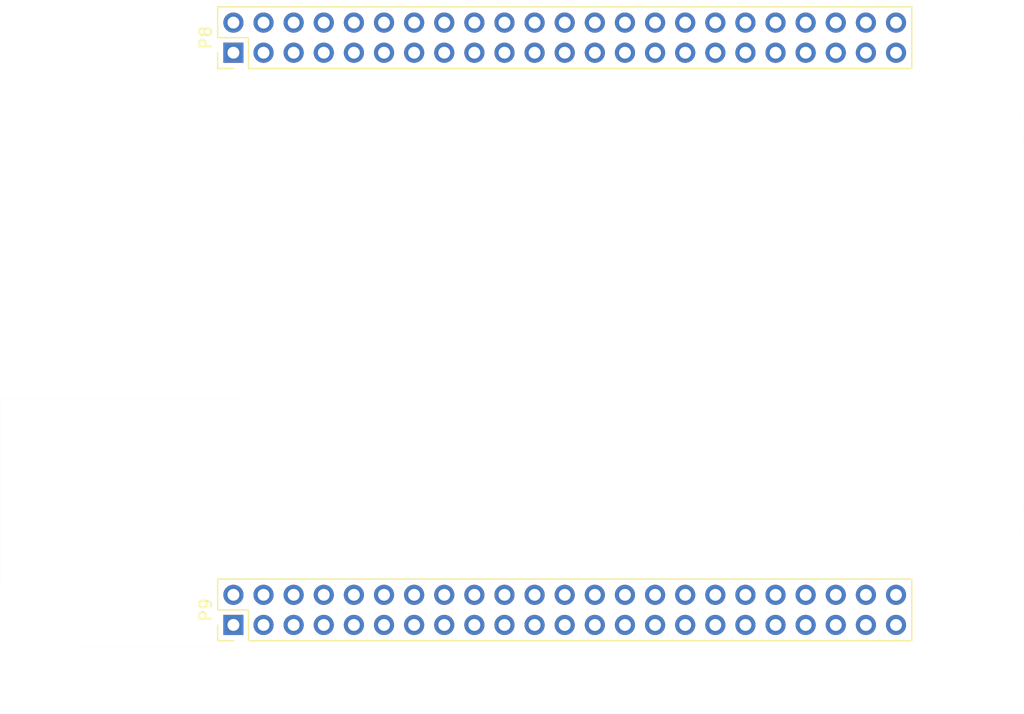
<source format=kicad_pcb>
(kicad_pcb (version 20211014) (generator pcbnew)
  (layers (0 "F.Cu" signal) (31 "B.Cu" signal) (34 "B.Paste" user) (35 "F.Paste" user) (36 "B.SilkS" user "B.Silkscreen") (37 "F.SilkS" user "F.Silkscreen") (38 "B.Mask" user) (39 "F.Mask" user) (44 "Edge.Cuts" user))
  (net 0 "")
  (net 1 "/SPI1.D0")
  (net 2 "/LCD.DATA[1]")
  (net 3 "/LCD.DATA[3]")
  (net 4 "/LCD.DATA[0]")
  (net 5 "/LCD.DATA[5]")
  (net 6 "/LCD.DATA[2]")
  (net 7 "/LCD.DATA[7]")
  (net 8 "/LCD.DATA[4]")
  (net 9 "/LCD.DATA[9]")
  (net 10 "/LCD.DATA[6]")
  (net 11 "/LCD.DATA[10]")
  (net 12 "/LCD.DATA[8]")
  (net 13 "/LCD.DATA[11]")
  (net 14 "/LCD.DATA[13]")
  (net 15 "/LCD.DATA[15]")
  (net 16 "/LCD.DATA[14]")
  (net 17 "/LCD.AC_BIAS_E")
  (net 18 "/LCD.HSYNC")
  (net 19 "/GPIO[61]")
  (net 20 "/LCD.VSYNC")
  (net 21 "/LCD.PCLK")
  (net 22 "/MMC1.DAT[0]")
  (net 23 "/MMC1.DAT[1]")
  (net 24 "/MMC1.DAT[4]")
  (net 25 "/MMC1.DAT[5]")
  (net 26 "/MMC1.CLK")
  (net 27 "/MMC1.CMD")
  (net 28 "/GPIO[22]")
  (net 29 "/GPIO[65]")
  (net 30 "/GPIO[27]")
  (net 31 "/GPIO[46]")
  (net 32 "/GPIO[47]")
  (net 33 "/GPIO[26]")
  (net 34 "/GPIO[23]")
  (net 35 "/GPIO[44]")
  (net 36 "/GPIO[45]")
  (net 37 "/GPIO[68]")
  (net 38 "/GPIO[69]")
  (net 39 "/GPIO[67]")
  (net 40 "/GPIO[66]")
  (net 41 "/MMC1.DAT[3]")
  (net 42 "/MMC1.DAT[2]")
  (net 43 "/MMC1.DAT[7]")
  (net 44 "/MMC1.DAT[6]")
  (net 45 "/GPIO[14]")
  (net 46 "/GPIO[15]")
  (net 47 "/GPIO[2]")
  (net 48 "/I2C2.SDA")
  (net 49 "/I2C2.SCL")
  (net 50 "GNDD")
  (net 51 "+3V3")
  (net 52 "+5V")
  (net 53 "/GPIO[7]")
  (net 54 "/GPIO[20]")
  (net 55 "/AIN1")
  (net 56 "/AIN0")
  (net 57 "/AIN3")
  (net 58 "/AIN2")
  (net 59 "/AIN5")
  (net 60 "/AIN6")
  (net 61 "GNDA")
  (net 62 "/AIN4")
  (net 63 "+1V8")
  (net 64 "/GPIO[122]")
  (net 65 "/GPIO[125]")
  (net 66 "/GPIO[117]")
  (net 67 "/GPIO[49]")
  (net 68 "/GPIO[3]")
  (net 69 "/GPIO[5]")
  (net 70 "/GPIO[4]")
  (net 71 "/GPIO[51]")
  (net 72 "/GPIO[48]")
  (net 73 "/GPIO[40]")
  (net 74 "/GPIO[31]")
  (net 75 "/GPIO[60]")
  (net 76 "/GPIO[30]")
  (net 77 "/~{SYS_RESET}")
  (net 78 "/PWR_BUT")
  (net 79 "VBUS")
  (net 80 "/SPI1.SCLK")
  (net 81 "/SPI1.CS0")
  (footprint "Connector_PinHeader_2.54mm:PinHeader_2x23_P2.54mm_Vertical" (layer "F.Cu") (at 119.685 49.835 90)
    (fp_text reference "P8" (at 1.27 -2.33 270) (layer "F.SilkS"))
    (fp_text value "BeagleBone_Black_Header" hide)
    (fp_line (start 1.27 -1.33) (end 3.87 -1.33) (layer "F.SilkS") (width 0.12))
    (fp_line (start 3.87 -1.33) (end 3.87 57.21) (layer "F.SilkS") (width 0.12))
    (fp_line (start -1.33 1.27) (end -1.33 57.21) (layer "F.SilkS") (width 0.12))
    (fp_line (start -1.33 57.21) (end 3.87 57.21) (layer "F.SilkS") (width 0.12))
    (fp_line (start -1.33 -1.33) (end 0 -1.33) (layer "F.SilkS") (width 0.12))
    (fp_line (start -1.33 0) (end -1.33 -1.33) (layer "F.SilkS") (width 0.12))
    (fp_line (start 1.27 1.27) (end 1.27 -1.33) (layer "F.SilkS") (width 0.12))
    (fp_line (start -1.33 1.27) (end 1.27 1.27) (layer "F.SilkS") (width 0.12))
    (pad "1" thru_hole rect locked (at 0 0 90) (size 1.7 1.7) (drill 1) (layers *.Cu *.Mask) (net 50 "GNDD"))
    (pad "2" thru_hole oval locked (at 2.54 0 90) (size 1.7 1.7) (drill 1) (layers *.Cu *.Mask) (net 50 "GNDD"))
    (pad "3" thru_hole oval locked (at 0 2.54 90) (size 1.7 1.7) (drill 1) (layers *.Cu *.Mask) (net 44 "/MMC1.DAT[6]"))
    (pad "4" thru_hole oval locked (at 2.54 2.54 90) (size 1.7 1.7) (drill 1) (layers *.Cu *.Mask) (net 43 "/MMC1.DAT[7]"))
    (pad "5" thru_hole oval locked (at 0 5.08 90) (size 1.7 1.7) (drill 1) (layers *.Cu *.Mask) (net 42 "/MMC1.DAT[2]"))
    (pad "6" thru_hole oval locked (at 2.54 5.08 90) (size 1.7 1.7) (drill 1) (layers *.Cu *.Mask) (net 41 "/MMC1.DAT[3]"))
    (pad "7" thru_hole oval locked (at 0 7.62 90) (size 1.7 1.7) (drill 1) (layers *.Cu *.Mask) (net 40 "/GPIO[66]"))
    (pad "8" thru_hole oval locked (at 2.54 7.62 90) (size 1.7 1.7) (drill 1) (layers *.Cu *.Mask) (net 39 "/GPIO[67]"))
    (pad "9" thru_hole oval locked (at 0 10.16 90) (size 1.7 1.7) (drill 1) (layers *.Cu *.Mask) (net 38 "/GPIO[69]"))
    (pad "10" thru_hole oval locked (at 2.54 10.16 90) (size 1.7 1.7) (drill 1) (layers *.Cu *.Mask) (net 37 "/GPIO[68]"))
    (pad "11" thru_hole oval locked (at 0 12.7 90) (size 1.7 1.7) (drill 1) (layers *.Cu *.Mask) (net 36 "/GPIO[45]"))
    (pad "12" thru_hole oval locked (at 2.54 12.7 90) (size 1.7 1.7) (drill 1) (layers *.Cu *.Mask) (net 35 "/GPIO[44]"))
    (pad "13" thru_hole oval locked (at 0 15.24 90) (size 1.7 1.7) (drill 1) (layers *.Cu *.Mask) (net 34 "/GPIO[23]"))
    (pad "14" thru_hole oval locked (at 2.54 15.24 90) (size 1.7 1.7) (drill 1) (layers *.Cu *.Mask) (net 33 "/GPIO[26]"))
    (pad "15" thru_hole oval locked (at 0 17.78 90) (size 1.7 1.7) (drill 1) (layers *.Cu *.Mask) (net 32 "/GPIO[47]"))
    (pad "16" thru_hole oval locked (at 2.54 17.78 90) (size 1.7 1.7) (drill 1) (layers *.Cu *.Mask) (net 31 "/GPIO[46]"))
    (pad "17" thru_hole oval locked (at 0 20.32 90) (size 1.7 1.7) (drill 1) (layers *.Cu *.Mask) (net 30 "/GPIO[27]"))
    (pad "18" thru_hole oval locked (at 2.54 20.32 90) (size 1.7 1.7) (drill 1) (layers *.Cu *.Mask) (net 29 "/GPIO[65]"))
    (pad "19" thru_hole oval locked (at 0 22.86 90) (size 1.7 1.7) (drill 1) (layers *.Cu *.Mask) (net 28 "/GPIO[22]"))
    (pad "20" thru_hole oval locked (at 2.54 22.86 90) (size 1.7 1.7) (drill 1) (layers *.Cu *.Mask) (net 27 "/MMC1.CMD"))
    (pad "21" thru_hole oval locked (at 0 25.4 90) (size 1.7 1.7) (drill 1) (layers *.Cu *.Mask) (net 26 "/MMC1.CLK"))
    (pad "22" thru_hole oval locked (at 2.54 25.4 90) (size 1.7 1.7) (drill 1) (layers *.Cu *.Mask) (net 25 "/MMC1.DAT[5]"))
    (pad "23" thru_hole oval locked (at 0 27.94 90) (size 1.7 1.7) (drill 1) (layers *.Cu *.Mask) (net 24 "/MMC1.DAT[4]"))
    (pad "24" thru_hole oval locked (at 2.54 27.94 90) (size 1.7 1.7) (drill 1) (layers *.Cu *.Mask) (net 23 "/MMC1.DAT[1]"))
    (pad "25" thru_hole oval locked (at 0 30.48 90) (size 1.7 1.7) (drill 1) (layers *.Cu *.Mask) (net 22 "/MMC1.DAT[0]"))
    (pad "26" thru_hole oval locked (at 2.54 30.48 90) (size 1.7 1.7) (drill 1) (layers *.Cu *.Mask) (net 21 "/LCD.PCLK"))
    (pad "27" thru_hole oval locked (at 0 33.02 90) (size 1.7 1.7) (drill 1) (layers *.Cu *.Mask) (net 20 "/LCD.VSYNC"))
    (pad "28" thru_hole oval locked (at 2.54 33.02 90) (size 1.7 1.7) (drill 1) (layers *.Cu *.Mask) (net 19 "/GPIO[61]"))
    (pad "29" thru_hole oval locked (at 0 35.56 90) (size 1.7 1.7) (drill 1) (layers *.Cu *.Mask) (net 18 "/LCD.HSYNC"))
    (pad "30" thru_hole oval locked (at 2.54 35.56 90) (size 1.7 1.7) (drill 1) (layers *.Cu *.Mask) (net 17 "/LCD.AC_BIAS_E"))
    (pad "31" thru_hole oval locked (at 0 38.1 90) (size 1.7 1.7) (drill 1) (layers *.Cu *.Mask) (net 16 "/LCD.DATA[14]"))
    (pad "32" thru_hole oval locked (at 2.54 38.1 90) (size 1.7 1.7) (drill 1) (layers *.Cu *.Mask) (net 15 "/LCD.DATA[15]"))
    (pad "33" thru_hole oval locked (at 0 40.64 90) (size 1.7 1.7) (drill 1) (layers *.Cu *.Mask) (net 14 "/LCD.DATA[13]"))
    (pad "34" thru_hole oval locked (at 2.54 40.64 90) (size 1.7 1.7) (drill 1) (layers *.Cu *.Mask) (net 13 "/LCD.DATA[11]"))
    (pad "35" thru_hole oval locked (at 0 43.18 90) (size 1.7 1.7) (drill 1) (layers *.Cu *.Mask) (net 12 "/LCD.DATA[8]"))
    (pad "36" thru_hole oval locked (at 2.54 43.18 90) (size 1.7 1.7) (drill 1) (layers *.Cu *.Mask) (net 11 "/LCD.DATA[10]"))
    (pad "37" thru_hole oval locked (at 0 45.72 90) (size 1.7 1.7) (drill 1) (layers *.Cu *.Mask) (net 10 "/LCD.DATA[6]"))
    (pad "38" thru_hole oval locked (at 2.54 45.72 90) (size 1.7 1.7) (drill 1) (layers *.Cu *.Mask) (net 9 "/LCD.DATA[9]"))
    (pad "39" thru_hole oval locked (at 0 48.26 90) (size 1.7 1.7) (drill 1) (layers *.Cu *.Mask) (net 8 "/LCD.DATA[4]"))
    (pad "40" thru_hole oval locked (at 2.54 48.26 90) (size 1.7 1.7) (drill 1) (layers *.Cu *.Mask) (net 7 "/LCD.DATA[7]"))
    (pad "41" thru_hole oval locked (at 0 50.8 90) (size 1.7 1.7) (drill 1) (layers *.Cu *.Mask) (net 6 "/LCD.DATA[2]"))
    (pad "42" thru_hole oval locked (at 2.54 50.8 90) (size 1.7 1.7) (drill 1) (layers *.Cu *.Mask) (net 5 "/LCD.DATA[5]"))
    (pad "43" thru_hole oval locked (at 0 53.34 90) (size 1.7 1.7) (drill 1) (layers *.Cu *.Mask) (net 4 "/LCD.DATA[0]"))
    (pad "44" thru_hole oval locked (at 2.54 53.34 90) (size 1.7 1.7) (drill 1) (layers *.Cu *.Mask) (net 3 "/LCD.DATA[3]"))
    (pad "45" thru_hole oval locked (at 0 55.88 90) (size 1.7 1.7) (drill 1) (layers *.Cu *.Mask) (net 50 "GNDD"))
    (pad "46" thru_hole oval locked (at 2.54 55.88 90) (size 1.7 1.7) (drill 1) (layers *.Cu *.Mask) (net 2 "/LCD.DATA[1]"))
  )
  (footprint "Connector_PinHeader_2.54mm:PinHeader_2x23_P2.54mm_Vertical" (layer "F.Cu") (at 119.685 98.095 90)
    (fp_text reference "P9" (at 1.27 -2.33 270) (layer "F.SilkS"))
    (fp_text value "BeagleBone_Black_Header" hide)
    (fp_line (start 1.27 1.27) (end 1.27 -1.33) (layer "F.SilkS") (width 0.12))
    (fp_line (start -1.33 1.27) (end -1.33 57.21) (layer "F.SilkS") (width 0.12))
    (fp_line (start -1.33 57.21) (end 3.87 57.21) (layer "F.SilkS") (width 0.12))
    (fp_line (start -1.33 1.27) (end 1.27 1.27) (layer "F.SilkS") (width 0.12))
    (fp_line (start 3.87 -1.33) (end 3.87 57.21) (layer "F.SilkS") (width 0.12))
    (fp_line (start -1.33 0) (end -1.33 -1.33) (layer "F.SilkS") (width 0.12))
    (fp_line (start -1.33 -1.33) (end 0 -1.33) (layer "F.SilkS") (width 0.12))
    (fp_line (start 1.27 -1.33) (end 3.87 -1.33) (layer "F.SilkS") (width 0.12))
    (pad "1" thru_hole rect locked (at 0 0 90) (size 1.7 1.7) (drill 1) (layers *.Cu *.Mask) (net 50 "GNDD"))
    (pad "2" thru_hole oval locked (at 2.54 0 90) (size 1.7 1.7) (drill 1) (layers *.Cu *.Mask) (net 50 "GNDD"))
    (pad "3" thru_hole oval locked (at 0 2.54 90) (size 1.7 1.7) (drill 1) (layers *.Cu *.Mask) (net 51 "+3V3"))
    (pad "4" thru_hole oval locked (at 2.54 2.54 90) (size 1.7 1.7) (drill 1) (layers *.Cu *.Mask) (net 51 "+3V3"))
    (pad "5" thru_hole oval locked (at 0 5.08 90) (size 1.7 1.7) (drill 1) (layers *.Cu *.Mask) (net 52 "+5V"))
    (pad "6" thru_hole oval locked (at 2.54 5.08 90) (size 1.7 1.7) (drill 1) (layers *.Cu *.Mask) (net 52 "+5V"))
    (pad "7" thru_hole oval locked (at 0 7.62 90) (size 1.7 1.7) (drill 1) (layers *.Cu *.Mask) (net 79 "VBUS"))
    (pad "8" thru_hole oval locked (at 2.54 7.62 90) (size 1.7 1.7) (drill 1) (layers *.Cu *.Mask) (net 79 "VBUS"))
    (pad "9" thru_hole oval locked (at 0 10.16 90) (size 1.7 1.7) (drill 1) (layers *.Cu *.Mask) (net 78 "/PWR_BUT"))
    (pad "10" thru_hole oval locked (at 2.54 10.16 90) (size 1.7 1.7) (drill 1) (layers *.Cu *.Mask) (net 77 "/~{SYS_RESET}"))
    (pad "11" thru_hole oval locked (at 0 12.7 90) (size 1.7 1.7) (drill 1) (layers *.Cu *.Mask) (net 76 "/GPIO[30]"))
    (pad "12" thru_hole oval locked (at 2.54 12.7 90) (size 1.7 1.7) (drill 1) (layers *.Cu *.Mask) (net 75 "/GPIO[60]"))
    (pad "13" thru_hole oval locked (at 0 15.24 90) (size 1.7 1.7) (drill 1) (layers *.Cu *.Mask) (net 74 "/GPIO[31]"))
    (pad "14" thru_hole oval locked (at 2.54 15.24 90) (size 1.7 1.7) (drill 1) (layers *.Cu *.Mask) (net 73 "/GPIO[40]"))
    (pad "15" thru_hole oval locked (at 0 17.78 90) (size 1.7 1.7) (drill 1) (layers *.Cu *.Mask) (net 72 "/GPIO[48]"))
    (pad "16" thru_hole oval locked (at 2.54 17.78 90) (size 1.7 1.7) (drill 1) (layers *.Cu *.Mask) (net 71 "/GPIO[51]"))
    (pad "17" thru_hole oval locked (at 0 20.32 90) (size 1.7 1.7) (drill 1) (layers *.Cu *.Mask) (net 70 "/GPIO[4]"))
    (pad "18" thru_hole oval locked (at 2.54 20.32 90) (size 1.7 1.7) (drill 1) (layers *.Cu *.Mask) (net 69 "/GPIO[5]"))
    (pad "19" thru_hole oval locked (at 0 22.86 90) (size 1.7 1.7) (drill 1) (layers *.Cu *.Mask) (net 49 "/I2C2.SCL"))
    (pad "20" thru_hole oval locked (at 2.54 22.86 90) (size 1.7 1.7) (drill 1) (layers *.Cu *.Mask) (net 48 "/I2C2.SDA"))
    (pad "21" thru_hole oval locked (at 0 25.4 90) (size 1.7 1.7) (drill 1) (layers *.Cu *.Mask) (net 68 "/GPIO[3]"))
    (pad "22" thru_hole oval locked (at 2.54 25.4 90) (size 1.7 1.7) (drill 1) (layers *.Cu *.Mask) (net 47 "/GPIO[2]"))
    (pad "23" thru_hole oval locked (at 0 27.94 90) (size 1.7 1.7) (drill 1) (layers *.Cu *.Mask) (net 67 "/GPIO[49]"))
    (pad "24" thru_hole oval locked (at 2.54 27.94 90) (size 1.7 1.7) (drill 1) (layers *.Cu *.Mask) (net 46 "/GPIO[15]"))
    (pad "25" thru_hole oval locked (at 0 30.48 90) (size 1.7 1.7) (drill 1) (layers *.Cu *.Mask) (net 66 "/GPIO[117]"))
    (pad "26" thru_hole oval locked (at 2.54 30.48 90) (size 1.7 1.7) (drill 1) (layers *.Cu *.Mask) (net 45 "/GPIO[14]"))
    (pad "27" thru_hole oval locked (at 0 33.02 90) (size 1.7 1.7) (drill 1) (layers *.Cu *.Mask) (net 65 "/GPIO[125]"))
    (pad "28" thru_hole oval locked (at 2.54 33.02 90) (size 1.7 1.7) (drill 1) (layers *.Cu *.Mask) (net 81 "/SPI1.CS0"))
    (pad "29" thru_hole oval locked (at 0 35.56 90) (size 1.7 1.7) (drill 1) (layers *.Cu *.Mask) (net 1 "/SPI1.D0"))
    (pad "30" thru_hole oval locked (at 2.54 35.56 90) (size 1.7 1.7) (drill 1) (layers *.Cu *.Mask) (net 64 "/GPIO[122]"))
    (pad "31" thru_hole oval locked (at 0 38.1 90) (size 1.7 1.7) (drill 1) (layers *.Cu *.Mask) (net 80 "/SPI1.SCLK"))
    (pad "32" thru_hole oval locked (at 2.54 38.1 90) (size 1.7 1.7) (drill 1) (layers *.Cu *.Mask) (net 63 "+1V8"))
    (pad "33" thru_hole oval locked (at 0 40.64 90) (size 1.7 1.7) (drill 1) (layers *.Cu *.Mask) (net 62 "/AIN4"))
    (pad "34" thru_hole oval locked (at 2.54 40.64 90) (size 1.7 1.7) (drill 1) (layers *.Cu *.Mask) (net 61 "GNDA"))
    (pad "35" thru_hole oval locked (at 0 43.18 90) (size 1.7 1.7) (drill 1) (layers *.Cu *.Mask) (net 60 "/AIN6"))
    (pad "36" thru_hole oval locked (at 2.54 43.18 90) (size 1.7 1.7) (drill 1) (layers *.Cu *.Mask) (net 59 "/AIN5"))
    (pad "37" thru_hole oval locked (at 0 45.72 90) (size 1.7 1.7) (drill 1) (layers *.Cu *.Mask) (net 58 "/AIN2"))
    (pad "38" thru_hole oval locked (at 2.54 45.72 90) (size 1.7 1.7) (drill 1) (layers *.Cu *.Mask) (net 57 "/AIN3"))
    (pad "39" thru_hole oval locked (at 0 48.26 90) (size 1.7 1.7) (drill 1) (layers *.Cu *.Mask) (net 56 "/AIN0"))
    (pad "40" thru_hole oval locked (at 2.54 48.26 90) (size 1.7 1.7) (drill 1) (layers *.Cu *.Mask) (net 55 "/AIN1"))
    (pad "41" thru_hole oval locked (at 0 50.8 90) (size 1.7 1.7) (drill 1) (layers *.Cu *.Mask) (net 54 "/GPIO[20]"))
    (pad "42" thru_hole oval locked (at 2.54 50.8 90) (size 1.7 1.7) (drill 1) (layers *.Cu *.Mask) (net 53 "/GPIO[7]"))
    (pad "43" thru_hole oval locked (at 0 53.34 90) (size 1.7 1.7) (drill 1) (layers *.Cu *.Mask) (net 50 "GNDD"))
    (pad "44" thru_hole oval locked (at 2.54 53.34 90) (size 1.7 1.7) (drill 1) (layers *.Cu *.Mask) (net 50 "GNDD"))
    (pad "45" thru_hole oval locked (at 0 55.88 90) (size 1.7 1.7) (drill 1) (layers *.Cu *.Mask) (net 50 "GNDD"))
    (pad "46" thru_hole oval locked (at 2.54 55.88 90) (size 1.7 1.7) (drill 1) (layers *.Cu *.Mask) (net 50 "GNDD"))
  )
  (footprint "MountingHole:MountingHole_3.2mm_M3_DIN965" (layer "F.Cu") (at 180.645 51.74)
    (fp_text reference "MH3" hide)
    (fp_text value "MountingHole_3.2mm_M3_DIN965" hide)
    (pad "" np_thru_hole circle locked (at 0 0) (size 3.2 3.2) (drill 3.2) (layers *.Cu *.Mask))
  )
  (footprint "MountingHole:MountingHole_3.2mm_M3_DIN965" (layer "F.Cu") (at 180.645 93.65)
    (fp_text reference "MH4" hide)
    (fp_text value "MountingHole_3.2mm_M3_DIN965" hide)
    (pad "" np_thru_hole circle locked (at 0 0) (size 3.2 3.2) (drill 3.2) (layers *.Cu *.Mask))
  )
  (footprint "MountingHole:MountingHole_3.2mm_M3_DIN965" (layer "F.Cu") (at 114.605 48.565)
    (fp_text reference "MH1" hide)
    (fp_text value "MountingHole_3.2mm_M3_DIN965" hide)
    (pad "" np_thru_hole circle locked (at 0 0) (size 3.2 3.2) (drill 3.2) (layers *.Cu *.Mask))
  )
  (footprint "MountingHole:MountingHole_3.2mm_M3_DIN965" (layer "F.Cu") (at 114.605 96.825)
    (fp_text reference "MH2" hide)
    (fp_text value "MountingHole_3.2mm_M3_DIN965" hide)
    (pad "" np_thru_hole circle locked (at 0 0) (size 3.2 3.2) (drill 3.2) (layers *.Cu *.Mask))
  )
  (gr_arc locked (start 106.35 100) (mid 101.859872 98.140128) (end 100 93.65) (layer "Edge.Cuts") (width 0.00254))
  (gr_line locked (start 186.36 87.3) (end 186.36 58.09) (layer "Edge.Cuts") (width 0.00254))
  (gr_line locked (start 106.35 100) (end 173.66 100) (layer "Edge.Cuts") (width 0.00254))
  (gr_line locked (start 120.32 79.045) (end 100 79.045) (layer "Edge.Cuts") (width 0.00254))
  (gr_line locked (start 105.715 45.39) (end 105.715 61.265) (layer "Edge.Cuts") (width 0.00254))
  (gr_line locked (start 100 79.045) (end 100 93.65) (layer "Edge.Cuts") (width 0.00254))
  (gr_line locked (start 173.66 45.39) (end 105.715 45.39) (layer "Edge.Cuts") (width 0.00254))
  (gr_arc locked (start 186.36 87.3) (mid 182.640256 96.280256) (end 173.66 100) (layer "Edge.Cuts") (width 0.00254))
  (gr_arc locked (start 173.66 45.39) (mid 182.640256 49.109744) (end 186.36 58.09) (layer "Edge.Cuts") (width 0.00254))
  (gr_line locked (start 120.32 61.265) (end 120.32 79.045) (layer "Edge.Cuts") (width 0.00254))
  (gr_line locked (start 105.715 61.265) (end 120.32 61.265) (layer "Edge.Cuts") (width 0.00254))
)
</source>
